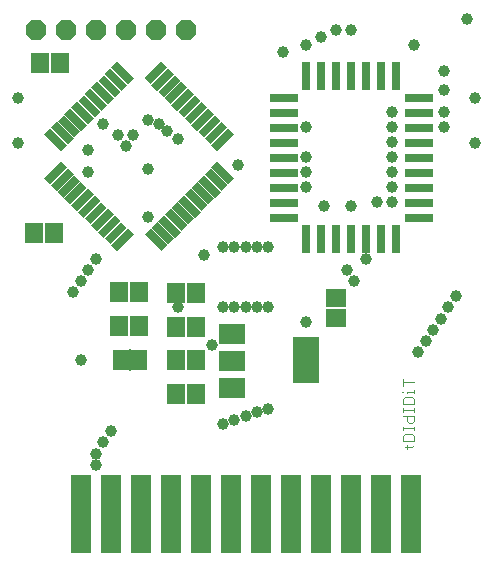
<source format=gts>
G75*
%MOIN*%
%OFA0B0*%
%FSLAX24Y24*%
%IPPOS*%
%LPD*%
%AMOC8*
5,1,8,0,0,1.08239X$1,22.5*
%
%ADD10C,0.0040*%
%ADD11R,0.0680X0.2630*%
%ADD12C,0.0395*%
%ADD13R,0.0671X0.0592*%
%ADD14R,0.0277X0.0789*%
%ADD15R,0.0789X0.0277*%
%ADD16R,0.0316X0.0946*%
%ADD17R,0.0946X0.0316*%
%ADD18OC8,0.0680*%
%ADD19R,0.0870X0.0670*%
%ADD20R,0.0870X0.1580*%
%ADD21R,0.0592X0.0671*%
%ADD22R,0.0540X0.0710*%
%ADD23R,0.0060X0.0720*%
%ADD24C,0.0390*%
D10*
X013455Y006226D02*
X013455Y006406D01*
X013515Y006466D01*
X013755Y006466D01*
X013815Y006406D01*
X013815Y006226D01*
X013455Y006226D01*
X013575Y006100D02*
X013575Y005980D01*
X013515Y006040D02*
X013755Y006040D01*
X013815Y006100D01*
X013815Y006594D02*
X013815Y006714D01*
X013815Y006654D02*
X013455Y006654D01*
X013455Y006594D02*
X013455Y006714D01*
X013635Y006839D02*
X013575Y006899D01*
X013575Y007080D01*
X013455Y007080D02*
X013815Y007080D01*
X013815Y006899D01*
X013755Y006839D01*
X013635Y006839D01*
X013815Y007208D02*
X013815Y007328D01*
X013815Y007268D02*
X013455Y007268D01*
X013455Y007208D02*
X013455Y007328D01*
X013455Y007453D02*
X013455Y007633D01*
X013515Y007693D01*
X013755Y007693D01*
X013815Y007633D01*
X013815Y007453D01*
X013455Y007453D01*
X013575Y007822D02*
X013575Y007882D01*
X013815Y007882D01*
X013815Y007822D02*
X013815Y007942D01*
X013815Y008187D02*
X013455Y008187D01*
X013455Y008067D02*
X013455Y008307D01*
X013455Y007882D02*
X013395Y007882D01*
D11*
X002725Y003800D03*
X003725Y003800D03*
X004725Y003800D03*
X005725Y003800D03*
X006725Y003800D03*
X007725Y003800D03*
X008725Y003800D03*
X009725Y003800D03*
X010725Y003800D03*
X011725Y003800D03*
X012725Y003800D03*
X013725Y003800D03*
D12*
X015850Y016175D03*
X015850Y017675D03*
X000600Y017675D03*
X000600Y016175D03*
D13*
X011225Y011010D03*
X011225Y010340D03*
D14*
G36*
X007617Y016660D02*
X007812Y016465D01*
X007255Y015908D01*
X007060Y016103D01*
X007617Y016660D01*
G37*
G36*
X007394Y016882D02*
X007589Y016687D01*
X007032Y016130D01*
X006837Y016325D01*
X007394Y016882D01*
G37*
G36*
X007171Y017105D02*
X007366Y016910D01*
X006809Y016353D01*
X006614Y016548D01*
X007171Y017105D01*
G37*
G36*
X006949Y017328D02*
X007144Y017133D01*
X006587Y016576D01*
X006392Y016771D01*
X006949Y017328D01*
G37*
G36*
X006726Y017550D02*
X006921Y017355D01*
X006364Y016798D01*
X006169Y016993D01*
X006726Y017550D01*
G37*
G36*
X006503Y017773D02*
X006698Y017578D01*
X006141Y017021D01*
X005946Y017216D01*
X006503Y017773D01*
G37*
G36*
X006280Y017996D02*
X006475Y017801D01*
X005918Y017244D01*
X005723Y017439D01*
X006280Y017996D01*
G37*
G36*
X006058Y018219D02*
X006253Y018024D01*
X005696Y017467D01*
X005501Y017662D01*
X006058Y018219D01*
G37*
G36*
X005835Y018441D02*
X006030Y018246D01*
X005473Y017689D01*
X005278Y017884D01*
X005835Y018441D01*
G37*
G36*
X005612Y018664D02*
X005807Y018469D01*
X005250Y017912D01*
X005055Y018107D01*
X005612Y018664D01*
G37*
G36*
X005390Y018887D02*
X005585Y018692D01*
X005028Y018135D01*
X004833Y018330D01*
X005390Y018887D01*
G37*
G36*
X002494Y015101D02*
X002689Y014906D01*
X002132Y014349D01*
X001937Y014544D01*
X002494Y015101D01*
G37*
G36*
X002272Y015323D02*
X002467Y015128D01*
X001910Y014571D01*
X001715Y014766D01*
X002272Y015323D01*
G37*
G36*
X002049Y015546D02*
X002244Y015351D01*
X001687Y014794D01*
X001492Y014989D01*
X002049Y015546D01*
G37*
G36*
X002717Y014878D02*
X002912Y014683D01*
X002355Y014126D01*
X002160Y014321D01*
X002717Y014878D01*
G37*
G36*
X002940Y014655D02*
X003135Y014460D01*
X002578Y013903D01*
X002383Y014098D01*
X002940Y014655D01*
G37*
G36*
X003162Y014432D02*
X003357Y014237D01*
X002800Y013680D01*
X002605Y013875D01*
X003162Y014432D01*
G37*
G36*
X003385Y014210D02*
X003580Y014015D01*
X003023Y013458D01*
X002828Y013653D01*
X003385Y014210D01*
G37*
G36*
X003608Y013987D02*
X003803Y013792D01*
X003246Y013235D01*
X003051Y013430D01*
X003608Y013987D01*
G37*
G36*
X003831Y013764D02*
X004026Y013569D01*
X003469Y013012D01*
X003274Y013207D01*
X003831Y013764D01*
G37*
G36*
X004053Y013542D02*
X004248Y013347D01*
X003691Y012790D01*
X003496Y012985D01*
X004053Y013542D01*
G37*
G36*
X004276Y013319D02*
X004471Y013124D01*
X003914Y012567D01*
X003719Y012762D01*
X004276Y013319D01*
G37*
D15*
G36*
X005028Y013319D02*
X005585Y012762D01*
X005390Y012567D01*
X004833Y013124D01*
X005028Y013319D01*
G37*
G36*
X005250Y013542D02*
X005807Y012985D01*
X005612Y012790D01*
X005055Y013347D01*
X005250Y013542D01*
G37*
G36*
X005473Y013764D02*
X006030Y013207D01*
X005835Y013012D01*
X005278Y013569D01*
X005473Y013764D01*
G37*
G36*
X005696Y013987D02*
X006253Y013430D01*
X006058Y013235D01*
X005501Y013792D01*
X005696Y013987D01*
G37*
G36*
X005918Y014210D02*
X006475Y013653D01*
X006280Y013458D01*
X005723Y014015D01*
X005918Y014210D01*
G37*
G36*
X006141Y014432D02*
X006698Y013875D01*
X006503Y013680D01*
X005946Y014237D01*
X006141Y014432D01*
G37*
G36*
X006364Y014655D02*
X006921Y014098D01*
X006726Y013903D01*
X006169Y014460D01*
X006364Y014655D01*
G37*
G36*
X006587Y014878D02*
X007144Y014321D01*
X006949Y014126D01*
X006392Y014683D01*
X006587Y014878D01*
G37*
G36*
X006809Y015101D02*
X007366Y014544D01*
X007171Y014349D01*
X006614Y014906D01*
X006809Y015101D01*
G37*
G36*
X007032Y015323D02*
X007589Y014766D01*
X007394Y014571D01*
X006837Y015128D01*
X007032Y015323D01*
G37*
G36*
X007255Y015546D02*
X007812Y014989D01*
X007617Y014794D01*
X007060Y015351D01*
X007255Y015546D01*
G37*
G36*
X003914Y018887D02*
X004471Y018330D01*
X004276Y018135D01*
X003719Y018692D01*
X003914Y018887D01*
G37*
G36*
X003691Y018664D02*
X004248Y018107D01*
X004053Y017912D01*
X003496Y018469D01*
X003691Y018664D01*
G37*
G36*
X003469Y018441D02*
X004026Y017884D01*
X003831Y017689D01*
X003274Y018246D01*
X003469Y018441D01*
G37*
G36*
X003246Y018219D02*
X003803Y017662D01*
X003608Y017467D01*
X003051Y018024D01*
X003246Y018219D01*
G37*
G36*
X003023Y017996D02*
X003580Y017439D01*
X003385Y017244D01*
X002828Y017801D01*
X003023Y017996D01*
G37*
G36*
X002800Y017773D02*
X003357Y017216D01*
X003162Y017021D01*
X002605Y017578D01*
X002800Y017773D01*
G37*
G36*
X002578Y017550D02*
X003135Y016993D01*
X002940Y016798D01*
X002383Y017355D01*
X002578Y017550D01*
G37*
G36*
X002355Y017328D02*
X002912Y016771D01*
X002717Y016576D01*
X002160Y017133D01*
X002355Y017328D01*
G37*
G36*
X002132Y017105D02*
X002689Y016548D01*
X002494Y016353D01*
X001937Y016910D01*
X002132Y017105D01*
G37*
G36*
X001910Y016882D02*
X002467Y016325D01*
X002272Y016130D01*
X001715Y016687D01*
X001910Y016882D01*
G37*
G36*
X001687Y016660D02*
X002244Y016103D01*
X002049Y015908D01*
X001492Y016465D01*
X001687Y016660D01*
G37*
D16*
X010225Y018392D03*
X010725Y018392D03*
X011225Y018392D03*
X011725Y018392D03*
X012225Y018392D03*
X012725Y018392D03*
X013225Y018392D03*
X013225Y012958D03*
X012725Y012958D03*
X012225Y012958D03*
X011725Y012958D03*
X011225Y012958D03*
X010725Y012958D03*
X010225Y012958D03*
D17*
X009481Y013675D03*
X009481Y014175D03*
X009481Y014675D03*
X009481Y015175D03*
X009481Y015675D03*
X009481Y016175D03*
X009481Y016675D03*
X009481Y017175D03*
X009481Y017675D03*
X013969Y017675D03*
X013969Y017175D03*
X013969Y016675D03*
X013969Y016175D03*
X013969Y015675D03*
X013969Y015175D03*
X013969Y014675D03*
X013969Y014175D03*
X013969Y013675D03*
D18*
X006225Y019925D03*
X005225Y019925D03*
X004225Y019925D03*
X003225Y019925D03*
X002225Y019925D03*
X001225Y019925D03*
D19*
X007735Y009815D03*
X007735Y008915D03*
X007735Y008015D03*
D20*
X010215Y008925D03*
D21*
X006560Y008925D03*
X005890Y008925D03*
X005890Y007800D03*
X006560Y007800D03*
X006560Y010050D03*
X005890Y010050D03*
X005890Y011175D03*
X006560Y011175D03*
X004635Y011195D03*
X003965Y011195D03*
X003965Y010070D03*
X004635Y010070D03*
X001810Y013175D03*
X001140Y013175D03*
X001340Y018820D03*
X002010Y018820D03*
D22*
X004050Y008925D03*
X004650Y008925D03*
D23*
X004350Y008925D03*
D24*
X002700Y008935D03*
X002450Y011185D03*
X002700Y011560D03*
X002950Y011935D03*
X003200Y012310D03*
X004950Y013685D03*
X004950Y015310D03*
X004200Y016060D03*
X003950Y016435D03*
X004450Y016435D03*
X004950Y016935D03*
X005325Y016810D03*
X005575Y016560D03*
X005950Y016310D03*
X007950Y015435D03*
X007825Y012685D03*
X007450Y012685D03*
X006825Y012435D03*
X008200Y012685D03*
X008575Y012685D03*
X008950Y012685D03*
X010200Y014685D03*
X010200Y015185D03*
X010200Y015685D03*
X010200Y016685D03*
X009450Y019185D03*
X010200Y019435D03*
X010700Y019685D03*
X011200Y019935D03*
X011700Y019935D03*
X013075Y017185D03*
X013075Y016685D03*
X013075Y016185D03*
X013075Y015685D03*
X013075Y015185D03*
X013075Y014685D03*
X013075Y014185D03*
X012575Y014185D03*
X011700Y014060D03*
X010825Y014060D03*
X012200Y012310D03*
X011575Y011935D03*
X011825Y011560D03*
X010200Y010185D03*
X008950Y010685D03*
X008575Y010685D03*
X008200Y010685D03*
X007825Y010685D03*
X007450Y010685D03*
X007075Y009435D03*
X005950Y010685D03*
X008575Y007185D03*
X008950Y007310D03*
X008200Y007060D03*
X007825Y006935D03*
X007450Y006810D03*
X003700Y006560D03*
X003450Y006185D03*
X003200Y005810D03*
X003200Y005435D03*
X002950Y015185D03*
X002950Y015935D03*
X003450Y016810D03*
X013825Y019435D03*
X014825Y018560D03*
X014825Y017935D03*
X014825Y017185D03*
X014825Y016685D03*
X015575Y020310D03*
X015200Y011060D03*
X014950Y010685D03*
X014700Y010310D03*
X014450Y009935D03*
X014200Y009560D03*
X013950Y009185D03*
M02*

</source>
